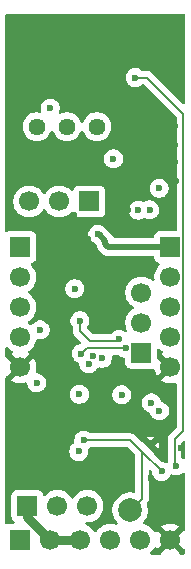
<source format=gbr>
%TF.GenerationSoftware,KiCad,Pcbnew,9.0.2*%
%TF.CreationDate,2025-10-14T11:54:41+02:00*%
%TF.ProjectId,nA_current_shunt_monitor_gum,6e415f63-7572-4726-956e-745f7368756e,rev?*%
%TF.SameCoordinates,Original*%
%TF.FileFunction,Copper,L3,Inr*%
%TF.FilePolarity,Positive*%
%FSLAX46Y46*%
G04 Gerber Fmt 4.6, Leading zero omitted, Abs format (unit mm)*
G04 Created by KiCad (PCBNEW 9.0.2) date 2025-10-14 11:54:41*
%MOMM*%
%LPD*%
G01*
G04 APERTURE LIST*
%TA.AperFunction,ComponentPad*%
%ADD10R,1.700000X1.700000*%
%TD*%
%TA.AperFunction,ComponentPad*%
%ADD11C,1.700000*%
%TD*%
%TA.AperFunction,HeatsinkPad*%
%ADD12C,0.500000*%
%TD*%
%TA.AperFunction,ComponentPad*%
%ADD13C,1.440000*%
%TD*%
%TA.AperFunction,ComponentPad*%
%ADD14C,2.000000*%
%TD*%
%TA.AperFunction,ViaPad*%
%ADD15C,0.600000*%
%TD*%
%TA.AperFunction,Conductor*%
%ADD16C,0.150000*%
%TD*%
%TA.AperFunction,Conductor*%
%ADD17C,0.500000*%
%TD*%
%TA.AperFunction,Conductor*%
%ADD18C,0.750000*%
%TD*%
%TA.AperFunction,Conductor*%
%ADD19C,0.200000*%
%TD*%
G04 APERTURE END LIST*
D10*
%TO.N,/5V*%
%TO.C,CG1*%
X123320000Y-86485000D03*
D11*
%TO.N,3.3V*%
X123320000Y-89025000D03*
%TO.N,/SDA*%
X123320000Y-91565000D03*
%TO.N,/SCL*%
X123320000Y-94105000D03*
%TO.N,GND*%
X123320000Y-96645000D03*
D10*
%TO.N,/5V*%
X136020000Y-86485000D03*
D11*
%TO.N,/VDDIO*%
X136020000Y-89025000D03*
%TO.N,/-5V*%
X136020000Y-91565000D03*
%TO.N,/LDO_EN_EXT*%
X136020000Y-94105000D03*
%TO.N,GND*%
X136020000Y-96645000D03*
D10*
X123320000Y-111250000D03*
D11*
%TO.N,/V_LSL_load*%
X125860000Y-111250000D03*
X128400000Y-111250000D03*
%TO.N,/Vout_diff*%
X130940000Y-111250000D03*
%TO.N,/Vout_B*%
X133480000Y-111250000D03*
%TO.N,GND*%
X136020000Y-111250000D03*
%TD*%
D12*
%TO.N,GND*%
%TO.C,U2*%
X134350000Y-103272500D03*
%TD*%
D10*
%TO.N,/5V*%
%TO.C,J2*%
X133560000Y-95410000D03*
D11*
%TO.N,Net-(D1-A)*%
X133560000Y-92870000D03*
%TO.N,/LDO_EN_EXT*%
X133560000Y-90330000D03*
%TD*%
D13*
%TO.N,unconnected-(RV1-Pad1)*%
%TO.C,RV1*%
X124730000Y-76290000D03*
%TO.N,Net-(J3-Pin_1)*%
X127270000Y-76290000D03*
%TO.N,Net-(R5-Pad1)*%
X129810000Y-76290000D03*
%TD*%
D10*
%TO.N,Net-(J3-Pin_1)*%
%TO.C,J3*%
X129155000Y-82615000D03*
D11*
%TO.N,/V_ldo_feedback*%
X126615000Y-82615000D03*
%TO.N,/DAC_out*%
X124075000Y-82615000D03*
%TD*%
D14*
%TO.N,/V_LSL_LDO*%
%TO.C,TP2*%
X132625000Y-108750000D03*
%TD*%
D10*
%TO.N,/V_LSL_load*%
%TO.C,J7*%
X123920000Y-108400000D03*
D11*
%TO.N,/Shunt-*%
X126460000Y-108400000D03*
%TO.N,Net-(J7-Pin_3)*%
X129000000Y-108400000D03*
%TD*%
D15*
%TO.N,GND*%
X135175000Y-107350000D03*
X127866000Y-83726000D03*
X124275000Y-106625000D03*
X127570000Y-96050000D03*
X127842500Y-72782500D03*
X128245685Y-85831958D03*
X131900000Y-73550000D03*
X125325000Y-106650000D03*
X123609000Y-77725000D03*
X126300000Y-93100000D03*
X136250000Y-72875000D03*
X136910000Y-103530000D03*
X125625000Y-69300000D03*
X134280000Y-77175000D03*
X136775000Y-107075000D03*
X134400000Y-106000000D03*
X123609000Y-72700000D03*
X136450000Y-76250000D03*
X136475000Y-80850000D03*
X136450000Y-79250000D03*
X135175000Y-84075000D03*
X130165000Y-92790000D03*
X130150000Y-92075000D03*
X132425000Y-83325000D03*
X126970000Y-91010000D03*
X127180000Y-77780000D03*
X131350000Y-82175000D03*
X136450000Y-77825000D03*
X126350000Y-106650000D03*
X129014315Y-85831958D03*
%TO.N,3.3V*%
X125000000Y-93490000D03*
X131910000Y-98990000D03*
X125851000Y-74700000D03*
X124700000Y-97975000D03*
%TO.N,/V_LSL_LDO*%
X130250000Y-95900000D03*
X128684975Y-102834975D03*
X129125000Y-96350000D03*
X129485000Y-95715000D03*
X135275000Y-105475000D03*
%TO.N,/5V*%
X129891052Y-85376102D03*
%TO.N,A3.3V*%
X128325000Y-98950000D03*
X135075000Y-81500000D03*
%TO.N,/SCL*%
X132259998Y-95050000D03*
X134275000Y-83325000D03*
X128475000Y-95500000D03*
X134425707Y-99674293D03*
%TO.N,/SDA*%
X133325000Y-83350000D03*
X131675000Y-94275000D03*
X128365000Y-92715025D03*
X135100000Y-100350000D03*
%TO.N,/ADC0*%
X136520000Y-105010000D03*
X133050000Y-72125000D03*
%TO.N,/V_ldo_feedback*%
X127925000Y-90000000D03*
%TO.N,Net-(R5-Pad1)*%
X131208999Y-79006949D03*
%TO.N,/Shunt-*%
X128275070Y-103780470D03*
%TD*%
D16*
%TO.N,/V_LSL_LDO*%
X133600000Y-103800000D02*
X133600000Y-107775000D01*
X128684975Y-102834975D02*
X132634975Y-102834975D01*
X132634975Y-102834975D02*
X133600000Y-103800000D01*
X133600000Y-107775000D02*
X132625000Y-108750000D01*
X133600000Y-103800000D02*
X135275000Y-105475000D01*
D17*
%TO.N,/5V*%
X129944703Y-85376102D02*
X130530000Y-85961399D01*
X130530000Y-85961399D02*
X130530000Y-86237501D01*
X130530000Y-86237501D02*
X130777499Y-86485000D01*
X130777499Y-86485000D02*
X136020000Y-86485000D01*
X129891052Y-85376102D02*
X129944703Y-85376102D01*
D18*
%TO.N,/V_LSL_load*%
X128400000Y-111250000D02*
X125860000Y-111250000D01*
X123920000Y-109310000D02*
X123920000Y-108400000D01*
X125860000Y-111250000D02*
X123920000Y-109310000D01*
D19*
%TO.N,/SCL*%
X132259998Y-95050000D02*
X128925000Y-95050000D01*
X128925000Y-95050000D02*
X128475000Y-95500000D01*
%TO.N,/SDA*%
X128365000Y-93590000D02*
X128365000Y-92715025D01*
X129225000Y-94450000D02*
X128365000Y-93590000D01*
X131675000Y-94275000D02*
X131500000Y-94450000D01*
X131500000Y-94450000D02*
X129225000Y-94450000D01*
D16*
%TO.N,/ADC0*%
X136384000Y-102766000D02*
X136384000Y-104874000D01*
X137125000Y-75200000D02*
X137125000Y-102025000D01*
X133050000Y-72125000D02*
X134050000Y-72125000D01*
X134050000Y-72125000D02*
X137125000Y-75200000D01*
X136384000Y-104874000D02*
X136520000Y-105010000D01*
X137125000Y-102025000D02*
X136384000Y-102766000D01*
%TD*%
%TA.AperFunction,Conductor*%
%TO.N,GND*%
G36*
X135554075Y-111442993D02*
G01*
X135619901Y-111557007D01*
X135712993Y-111650099D01*
X135827007Y-111715925D01*
X135890590Y-111732962D01*
X135258282Y-112365269D01*
X135259109Y-112375770D01*
X135244745Y-112444148D01*
X135195694Y-112493905D01*
X135135491Y-112509500D01*
X134425689Y-112509500D01*
X134358650Y-112489815D01*
X134312895Y-112437011D01*
X134302951Y-112367853D01*
X134331976Y-112304297D01*
X134352804Y-112285181D01*
X134359792Y-112280104D01*
X134510104Y-112129792D01*
X134510106Y-112129788D01*
X134510109Y-112129786D01*
X134586055Y-112025254D01*
X134635051Y-111957816D01*
X134639793Y-111948508D01*
X134687763Y-111897711D01*
X134755583Y-111880911D01*
X134821719Y-111903445D01*
X134860763Y-111948500D01*
X134865373Y-111957547D01*
X134904728Y-112011716D01*
X135537037Y-111379408D01*
X135554075Y-111442993D01*
G37*
%TD.AperFunction*%
%TA.AperFunction,Conductor*%
G36*
X137135269Y-112011716D02*
G01*
X137145770Y-112010890D01*
X137214148Y-112025254D01*
X137263905Y-112074305D01*
X137279500Y-112134508D01*
X137279500Y-112385500D01*
X137259815Y-112452539D01*
X137207011Y-112498294D01*
X137155500Y-112509500D01*
X136904509Y-112509500D01*
X136837470Y-112489815D01*
X136791715Y-112437011D01*
X136780891Y-112375772D01*
X136781717Y-112365270D01*
X136149408Y-111732962D01*
X136212993Y-111715925D01*
X136327007Y-111650099D01*
X136420099Y-111557007D01*
X136485925Y-111442993D01*
X136502962Y-111379408D01*
X137135269Y-112011716D01*
G37*
%TD.AperFunction*%
%TA.AperFunction,Conductor*%
G36*
X134303814Y-105367920D02*
G01*
X134317147Y-105366004D01*
X134337290Y-105375203D01*
X134358927Y-105379910D01*
X134376652Y-105393178D01*
X134380703Y-105395029D01*
X134387181Y-105401061D01*
X134438181Y-105452061D01*
X134471666Y-105513384D01*
X134474500Y-105539742D01*
X134474500Y-105553846D01*
X134505261Y-105708489D01*
X134505264Y-105708501D01*
X134565602Y-105854172D01*
X134565609Y-105854185D01*
X134653210Y-105985288D01*
X134653213Y-105985292D01*
X134764707Y-106096786D01*
X134764711Y-106096789D01*
X134895814Y-106184390D01*
X134895827Y-106184397D01*
X135041498Y-106244735D01*
X135041503Y-106244737D01*
X135196153Y-106275499D01*
X135196156Y-106275500D01*
X135196158Y-106275500D01*
X135353844Y-106275500D01*
X135353845Y-106275499D01*
X135508497Y-106244737D01*
X135654179Y-106184394D01*
X135785289Y-106096789D01*
X135896789Y-105985289D01*
X135984394Y-105854179D01*
X136007502Y-105798388D01*
X136051341Y-105743986D01*
X136117634Y-105721920D01*
X136169515Y-105731280D01*
X136286498Y-105779735D01*
X136286503Y-105779737D01*
X136441153Y-105810499D01*
X136441156Y-105810500D01*
X136441158Y-105810500D01*
X136598844Y-105810500D01*
X136598845Y-105810499D01*
X136753497Y-105779737D01*
X136899179Y-105719394D01*
X137030289Y-105631789D01*
X137030292Y-105631786D01*
X137067819Y-105594260D01*
X137129142Y-105560775D01*
X137198834Y-105565759D01*
X137254767Y-105607631D01*
X137279184Y-105673095D01*
X137279500Y-105681941D01*
X137279500Y-110365490D01*
X137259815Y-110432529D01*
X137207011Y-110478284D01*
X137145772Y-110489108D01*
X137135270Y-110488281D01*
X136502962Y-111120590D01*
X136485925Y-111057007D01*
X136420099Y-110942993D01*
X136327007Y-110849901D01*
X136212993Y-110784075D01*
X136149409Y-110767037D01*
X136781716Y-110134728D01*
X136727550Y-110095375D01*
X136538217Y-109998904D01*
X136336129Y-109933242D01*
X136126246Y-109900000D01*
X135913754Y-109900000D01*
X135703872Y-109933242D01*
X135703869Y-109933242D01*
X135501782Y-109998904D01*
X135312439Y-110095380D01*
X135258282Y-110134727D01*
X135258282Y-110134728D01*
X135890591Y-110767037D01*
X135827007Y-110784075D01*
X135712993Y-110849901D01*
X135619901Y-110942993D01*
X135554075Y-111057007D01*
X135537037Y-111120591D01*
X134904728Y-110488282D01*
X134904727Y-110488282D01*
X134865380Y-110542440D01*
X134865376Y-110542446D01*
X134860760Y-110551505D01*
X134812781Y-110602297D01*
X134744959Y-110619087D01*
X134678826Y-110596543D01*
X134639794Y-110551493D01*
X134635051Y-110542184D01*
X134635049Y-110542181D01*
X134635048Y-110542179D01*
X134510109Y-110370213D01*
X134359786Y-110219890D01*
X134187820Y-110094951D01*
X133998416Y-109998444D01*
X133813605Y-109938395D01*
X133755930Y-109898957D01*
X133728732Y-109834598D01*
X133740647Y-109765752D01*
X133764245Y-109732781D01*
X133769517Y-109727510D01*
X133908343Y-109536433D01*
X134015568Y-109325992D01*
X134088553Y-109101368D01*
X134088919Y-109099056D01*
X134125500Y-108868097D01*
X134125500Y-108631902D01*
X134088553Y-108398631D01*
X134038680Y-108245140D01*
X134036685Y-108175298D01*
X134058241Y-108131327D01*
X134060508Y-108128371D01*
X134060515Y-108128365D01*
X134136281Y-107997135D01*
X134175500Y-107850767D01*
X134175500Y-107699234D01*
X134175500Y-105488742D01*
X134181738Y-105467496D01*
X134183318Y-105445408D01*
X134191390Y-105434624D01*
X134195185Y-105421703D01*
X134211918Y-105407203D01*
X134225190Y-105389475D01*
X134237810Y-105384767D01*
X134247989Y-105375948D01*
X134269906Y-105372796D01*
X134290654Y-105365058D01*
X134303814Y-105367920D01*
G37*
%TD.AperFunction*%
%TA.AperFunction,Conductor*%
G36*
X137232464Y-66755185D02*
G01*
X137278219Y-66807989D01*
X137289425Y-66859569D01*
X137285286Y-74247113D01*
X137265564Y-74314142D01*
X137212734Y-74359867D01*
X137143570Y-74369772D01*
X137080031Y-74340711D01*
X137073605Y-74334725D01*
X134403367Y-71664487D01*
X134403365Y-71664485D01*
X134337750Y-71626602D01*
X134272136Y-71588719D01*
X134198950Y-71569109D01*
X134125766Y-71549500D01*
X134125765Y-71549500D01*
X133657941Y-71549500D01*
X133590902Y-71529815D01*
X133570260Y-71513181D01*
X133560292Y-71503213D01*
X133560288Y-71503210D01*
X133429185Y-71415609D01*
X133429172Y-71415602D01*
X133283501Y-71355264D01*
X133283489Y-71355261D01*
X133128845Y-71324500D01*
X133128842Y-71324500D01*
X132971158Y-71324500D01*
X132971155Y-71324500D01*
X132816510Y-71355261D01*
X132816498Y-71355264D01*
X132670827Y-71415602D01*
X132670814Y-71415609D01*
X132539711Y-71503210D01*
X132539707Y-71503213D01*
X132428213Y-71614707D01*
X132428210Y-71614711D01*
X132340609Y-71745814D01*
X132340602Y-71745827D01*
X132280264Y-71891498D01*
X132280261Y-71891510D01*
X132249500Y-72046153D01*
X132249500Y-72203846D01*
X132280261Y-72358489D01*
X132280264Y-72358501D01*
X132340602Y-72504172D01*
X132340609Y-72504185D01*
X132428210Y-72635288D01*
X132428213Y-72635292D01*
X132539707Y-72746786D01*
X132539711Y-72746789D01*
X132670814Y-72834390D01*
X132670827Y-72834397D01*
X132816498Y-72894735D01*
X132816503Y-72894737D01*
X132971153Y-72925499D01*
X132971156Y-72925500D01*
X132971158Y-72925500D01*
X133128844Y-72925500D01*
X133128845Y-72925499D01*
X133283497Y-72894737D01*
X133429179Y-72834394D01*
X133560289Y-72746789D01*
X133560292Y-72746786D01*
X133570260Y-72736819D01*
X133597187Y-72722115D01*
X133623006Y-72705523D01*
X133629206Y-72704631D01*
X133631583Y-72703334D01*
X133657941Y-72700500D01*
X133760258Y-72700500D01*
X133827297Y-72720185D01*
X133847939Y-72736819D01*
X136513181Y-75402061D01*
X136546666Y-75463384D01*
X136549500Y-75489742D01*
X136549500Y-85010500D01*
X136529815Y-85077539D01*
X136477011Y-85123294D01*
X136425500Y-85134500D01*
X135122129Y-85134500D01*
X135122123Y-85134501D01*
X135062516Y-85140908D01*
X134927671Y-85191202D01*
X134927664Y-85191206D01*
X134812455Y-85277452D01*
X134812452Y-85277455D01*
X134726206Y-85392664D01*
X134726202Y-85392671D01*
X134675908Y-85527517D01*
X134669501Y-85587116D01*
X134669501Y-85587123D01*
X134669500Y-85587135D01*
X134669500Y-85610500D01*
X134649815Y-85677539D01*
X134597011Y-85723294D01*
X134545500Y-85734500D01*
X131331204Y-85734500D01*
X131264165Y-85714815D01*
X131218410Y-85662011D01*
X131216643Y-85657952D01*
X131196616Y-85609603D01*
X131195084Y-85605904D01*
X131142708Y-85527517D01*
X131142708Y-85527516D01*
X131112950Y-85482980D01*
X131112947Y-85482977D01*
X130555829Y-84925860D01*
X130540407Y-84907069D01*
X130512839Y-84865810D01*
X130401344Y-84754315D01*
X130401340Y-84754312D01*
X130270237Y-84666711D01*
X130270224Y-84666704D01*
X130124553Y-84606366D01*
X130124541Y-84606363D01*
X129969897Y-84575602D01*
X129969894Y-84575602D01*
X129812210Y-84575602D01*
X129812207Y-84575602D01*
X129657562Y-84606363D01*
X129657550Y-84606366D01*
X129511879Y-84666704D01*
X129511866Y-84666711D01*
X129380763Y-84754312D01*
X129380759Y-84754315D01*
X129269265Y-84865809D01*
X129269262Y-84865813D01*
X129181661Y-84996916D01*
X129181654Y-84996929D01*
X129121316Y-85142600D01*
X129121313Y-85142612D01*
X129090552Y-85297255D01*
X129090552Y-85454948D01*
X129121313Y-85609591D01*
X129121316Y-85609603D01*
X129181654Y-85755274D01*
X129181661Y-85755287D01*
X129269262Y-85886390D01*
X129269265Y-85886394D01*
X129380759Y-85997888D01*
X129380763Y-85997891D01*
X129511866Y-86085492D01*
X129511879Y-86085499D01*
X129627114Y-86133230D01*
X129634046Y-86137862D01*
X129639089Y-86138959D01*
X129667343Y-86160110D01*
X129743849Y-86236616D01*
X129777334Y-86297939D01*
X129779297Y-86310405D01*
X129808340Y-86456408D01*
X129808343Y-86456418D01*
X129864914Y-86592992D01*
X129864916Y-86592996D01*
X129887291Y-86626483D01*
X129947048Y-86715917D01*
X130194547Y-86963415D01*
X130194548Y-86963416D01*
X130299083Y-87067951D01*
X130299084Y-87067952D01*
X130421997Y-87150080D01*
X130422010Y-87150087D01*
X130558581Y-87206656D01*
X130558586Y-87206658D01*
X130558590Y-87206658D01*
X130558591Y-87206659D01*
X130703578Y-87235500D01*
X130703581Y-87235500D01*
X134545501Y-87235500D01*
X134612540Y-87255185D01*
X134658295Y-87307989D01*
X134669501Y-87359500D01*
X134669501Y-87382876D01*
X134675908Y-87442483D01*
X134726202Y-87577328D01*
X134726206Y-87577335D01*
X134812452Y-87692544D01*
X134812455Y-87692547D01*
X134927664Y-87778793D01*
X134927671Y-87778797D01*
X135059082Y-87827810D01*
X135115016Y-87869681D01*
X135139433Y-87935145D01*
X135124582Y-88003418D01*
X135103431Y-88031673D01*
X134989889Y-88145215D01*
X134864951Y-88317179D01*
X134768444Y-88506585D01*
X134702753Y-88708760D01*
X134669500Y-88918713D01*
X134669500Y-89131287D01*
X134669499Y-89131287D01*
X134684759Y-89227631D01*
X134675804Y-89296924D01*
X134630808Y-89350376D01*
X134564056Y-89371015D01*
X134496743Y-89352290D01*
X134474605Y-89334709D01*
X134439786Y-89299890D01*
X134267820Y-89174951D01*
X134078414Y-89078444D01*
X134078413Y-89078443D01*
X134078412Y-89078443D01*
X133876243Y-89012754D01*
X133876241Y-89012753D01*
X133876240Y-89012753D01*
X133714957Y-88987208D01*
X133666287Y-88979500D01*
X133453713Y-88979500D01*
X133405042Y-88987208D01*
X133243760Y-89012753D01*
X133041585Y-89078444D01*
X132852179Y-89174951D01*
X132680213Y-89299890D01*
X132529890Y-89450213D01*
X132404951Y-89622179D01*
X132308444Y-89811585D01*
X132242753Y-90013760D01*
X132209500Y-90223713D01*
X132209500Y-90436286D01*
X132233059Y-90585036D01*
X132242754Y-90646243D01*
X132292875Y-90800500D01*
X132308444Y-90848414D01*
X132404951Y-91037820D01*
X132529890Y-91209786D01*
X132680213Y-91360109D01*
X132852182Y-91485050D01*
X132860946Y-91489516D01*
X132911742Y-91537491D01*
X132928536Y-91605312D01*
X132905998Y-91671447D01*
X132860946Y-91710484D01*
X132852182Y-91714949D01*
X132680213Y-91839890D01*
X132529890Y-91990213D01*
X132404951Y-92162179D01*
X132308444Y-92351585D01*
X132242753Y-92553760D01*
X132209500Y-92763713D01*
X132209500Y-92976286D01*
X132236955Y-93149633D01*
X132242754Y-93186243D01*
X132285635Y-93318218D01*
X132308444Y-93388414D01*
X132360848Y-93491263D01*
X132373744Y-93559932D01*
X132347468Y-93624673D01*
X132290361Y-93664930D01*
X132220556Y-93667922D01*
X132181472Y-93650660D01*
X132054185Y-93565609D01*
X132054172Y-93565602D01*
X131908501Y-93505264D01*
X131908489Y-93505261D01*
X131753845Y-93474500D01*
X131753842Y-93474500D01*
X131596158Y-93474500D01*
X131596155Y-93474500D01*
X131441510Y-93505261D01*
X131441498Y-93505264D01*
X131295827Y-93565602D01*
X131295814Y-93565609D01*
X131164711Y-93653210D01*
X131164707Y-93653213D01*
X131053213Y-93764707D01*
X131053210Y-93764711D01*
X131033379Y-93794391D01*
X130979767Y-93839196D01*
X130930277Y-93849500D01*
X129525098Y-93849500D01*
X129458059Y-93829815D01*
X129437417Y-93813181D01*
X129003777Y-93379541D01*
X128970292Y-93318218D01*
X128975276Y-93248526D01*
X128988356Y-93222969D01*
X129074390Y-93094210D01*
X129074390Y-93094209D01*
X129074394Y-93094204D01*
X129134737Y-92948522D01*
X129165500Y-92793867D01*
X129165500Y-92636183D01*
X129165500Y-92636180D01*
X129165499Y-92636178D01*
X129148099Y-92548704D01*
X129134737Y-92481528D01*
X129107999Y-92416976D01*
X129074397Y-92335852D01*
X129074390Y-92335839D01*
X128986789Y-92204736D01*
X128986786Y-92204732D01*
X128875292Y-92093238D01*
X128875288Y-92093235D01*
X128744185Y-92005634D01*
X128744172Y-92005627D01*
X128598501Y-91945289D01*
X128598489Y-91945286D01*
X128443845Y-91914525D01*
X128443842Y-91914525D01*
X128286158Y-91914525D01*
X128286155Y-91914525D01*
X128131510Y-91945286D01*
X128131498Y-91945289D01*
X127985827Y-92005627D01*
X127985814Y-92005634D01*
X127854711Y-92093235D01*
X127854707Y-92093238D01*
X127743213Y-92204732D01*
X127743210Y-92204736D01*
X127655609Y-92335839D01*
X127655602Y-92335852D01*
X127595264Y-92481523D01*
X127595261Y-92481535D01*
X127564500Y-92636178D01*
X127564500Y-92793871D01*
X127595261Y-92948514D01*
X127595264Y-92948526D01*
X127655602Y-93094197D01*
X127655609Y-93094210D01*
X127743602Y-93225899D01*
X127749252Y-93243945D01*
X127759477Y-93259855D01*
X127763928Y-93290814D01*
X127764480Y-93292576D01*
X127764500Y-93294790D01*
X127764500Y-93503330D01*
X127764499Y-93503348D01*
X127764499Y-93669054D01*
X127764498Y-93669054D01*
X127764499Y-93669057D01*
X127805423Y-93821785D01*
X127832786Y-93869179D01*
X127832786Y-93869180D01*
X127884475Y-93958709D01*
X127884481Y-93958717D01*
X128003349Y-94077585D01*
X128003355Y-94077590D01*
X128423213Y-94497448D01*
X128456698Y-94558771D01*
X128451714Y-94628463D01*
X128409842Y-94684396D01*
X128359724Y-94706746D01*
X128241508Y-94730261D01*
X128241498Y-94730264D01*
X128095827Y-94790602D01*
X128095814Y-94790609D01*
X127964711Y-94878210D01*
X127964707Y-94878213D01*
X127853213Y-94989707D01*
X127853210Y-94989711D01*
X127765609Y-95120814D01*
X127765602Y-95120827D01*
X127705264Y-95266498D01*
X127705261Y-95266510D01*
X127674500Y-95421153D01*
X127674500Y-95578846D01*
X127705261Y-95733489D01*
X127705264Y-95733501D01*
X127765602Y-95879172D01*
X127765609Y-95879185D01*
X127853210Y-96010288D01*
X127853213Y-96010292D01*
X127964707Y-96121786D01*
X127964711Y-96121789D01*
X128095814Y-96209390D01*
X128095827Y-96209397D01*
X128247131Y-96272068D01*
X128246114Y-96274522D01*
X128294930Y-96306510D01*
X128323390Y-96370321D01*
X128324500Y-96386878D01*
X128324500Y-96428846D01*
X128355261Y-96583489D01*
X128355264Y-96583501D01*
X128415602Y-96729172D01*
X128415609Y-96729185D01*
X128503210Y-96860288D01*
X128503213Y-96860292D01*
X128614707Y-96971786D01*
X128614711Y-96971789D01*
X128745814Y-97059390D01*
X128745827Y-97059397D01*
X128891498Y-97119735D01*
X128891503Y-97119737D01*
X129018508Y-97145000D01*
X129046153Y-97150499D01*
X129046156Y-97150500D01*
X129046158Y-97150500D01*
X129203844Y-97150500D01*
X129203845Y-97150499D01*
X129358497Y-97119737D01*
X129504179Y-97059394D01*
X129635289Y-96971789D01*
X129746789Y-96860289D01*
X129834394Y-96729179D01*
X129834624Y-96728623D01*
X129834820Y-96728379D01*
X129837264Y-96723808D01*
X129838130Y-96724271D01*
X129878459Y-96674219D01*
X129944751Y-96652149D01*
X129996638Y-96661508D01*
X130016503Y-96669737D01*
X130016506Y-96669737D01*
X130016511Y-96669739D01*
X130171153Y-96700499D01*
X130171156Y-96700500D01*
X130171158Y-96700500D01*
X130328844Y-96700500D01*
X130328845Y-96700499D01*
X130483497Y-96669737D01*
X130609503Y-96617544D01*
X130629172Y-96609397D01*
X130629172Y-96609396D01*
X130629179Y-96609394D01*
X130760289Y-96521789D01*
X130871789Y-96410289D01*
X130959394Y-96279179D01*
X130962340Y-96272068D01*
X131019735Y-96133501D01*
X131019737Y-96133497D01*
X131050500Y-95978842D01*
X131050500Y-95821158D01*
X131046031Y-95798690D01*
X131052260Y-95729099D01*
X131095123Y-95673922D01*
X131161013Y-95650678D01*
X131167649Y-95650500D01*
X131680232Y-95650500D01*
X131747271Y-95670185D01*
X131749123Y-95671398D01*
X131880812Y-95759390D01*
X131880825Y-95759397D01*
X132026496Y-95819735D01*
X132026501Y-95819737D01*
X132084603Y-95831294D01*
X132109692Y-95836285D01*
X132171603Y-95868669D01*
X132206177Y-95929385D01*
X132209501Y-95957902D01*
X132209501Y-96307876D01*
X132215908Y-96367483D01*
X132266202Y-96502328D01*
X132266206Y-96502335D01*
X132352452Y-96617544D01*
X132352455Y-96617547D01*
X132467664Y-96703793D01*
X132467671Y-96703797D01*
X132602517Y-96754091D01*
X132602516Y-96754091D01*
X132609444Y-96754835D01*
X132662127Y-96760500D01*
X134457872Y-96760499D01*
X134517483Y-96754091D01*
X134519832Y-96753214D01*
X134521784Y-96753075D01*
X134525031Y-96752308D01*
X134525155Y-96752834D01*
X134589522Y-96748229D01*
X134650846Y-96781712D01*
X134684332Y-96843035D01*
X134685640Y-96849997D01*
X134703242Y-96961129D01*
X134703242Y-96961130D01*
X134768904Y-97163217D01*
X134865375Y-97352550D01*
X134904728Y-97406716D01*
X135537037Y-96774408D01*
X135554075Y-96837993D01*
X135619901Y-96952007D01*
X135712993Y-97045099D01*
X135827007Y-97110925D01*
X135890589Y-97127962D01*
X135258282Y-97760269D01*
X135258282Y-97760270D01*
X135312449Y-97799624D01*
X135501782Y-97896095D01*
X135703870Y-97961757D01*
X135913754Y-97995000D01*
X136126246Y-97995000D01*
X136336126Y-97961758D01*
X136387181Y-97945169D01*
X136457022Y-97943174D01*
X136516855Y-97979254D01*
X136547684Y-98041954D01*
X136549500Y-98063100D01*
X136549500Y-101735257D01*
X136529815Y-101802296D01*
X136513181Y-101822938D01*
X136013193Y-102322925D01*
X136013194Y-102322926D01*
X135923485Y-102412635D01*
X135847719Y-102543863D01*
X135808500Y-102690234D01*
X135808500Y-104611240D01*
X135806873Y-104619416D01*
X135807790Y-104624495D01*
X135799061Y-104658693D01*
X135787497Y-104686611D01*
X135743656Y-104741014D01*
X135677362Y-104763079D01*
X135625484Y-104753720D01*
X135594808Y-104741014D01*
X135508497Y-104705263D01*
X135508492Y-104705262D01*
X135508489Y-104705261D01*
X135353845Y-104674500D01*
X135353842Y-104674500D01*
X135339742Y-104674500D01*
X135272703Y-104654815D01*
X135252061Y-104638181D01*
X134702629Y-104088749D01*
X134669144Y-104027426D01*
X134668693Y-103976876D01*
X134674023Y-103950076D01*
X134173223Y-103449277D01*
X134032765Y-103308819D01*
X133976555Y-103252609D01*
X134250000Y-103252609D01*
X134250000Y-103292391D01*
X134265224Y-103329145D01*
X134293355Y-103357276D01*
X134330109Y-103372500D01*
X134369891Y-103372500D01*
X134406645Y-103357276D01*
X134434776Y-103329145D01*
X134450000Y-103292391D01*
X134450000Y-103272499D01*
X134703554Y-103272499D01*
X134703554Y-103272501D01*
X135027577Y-103596524D01*
X135027578Y-103596524D01*
X135071175Y-103491275D01*
X135071179Y-103491260D01*
X135099999Y-103346373D01*
X135100000Y-103346371D01*
X135100000Y-103198628D01*
X135099999Y-103198626D01*
X135071179Y-103053740D01*
X135071178Y-103053736D01*
X135027577Y-102948475D01*
X134703554Y-103272499D01*
X134450000Y-103272499D01*
X134450000Y-103252609D01*
X134434776Y-103215855D01*
X134406645Y-103187724D01*
X134369891Y-103172500D01*
X134330109Y-103172500D01*
X134293355Y-103187724D01*
X134265224Y-103215855D01*
X134250000Y-103252609D01*
X133976555Y-103252609D01*
X133672421Y-102948474D01*
X133645621Y-102953805D01*
X133576029Y-102947578D01*
X133533749Y-102919869D01*
X133208800Y-102594920D01*
X134025974Y-102594920D01*
X134025974Y-102594921D01*
X134350000Y-102918946D01*
X134350001Y-102918946D01*
X134674024Y-102594921D01*
X134568767Y-102551322D01*
X134568759Y-102551320D01*
X134423872Y-102522500D01*
X134276128Y-102522500D01*
X134131240Y-102551320D01*
X134131228Y-102551323D01*
X134025974Y-102594920D01*
X133208800Y-102594920D01*
X132988342Y-102374462D01*
X132988340Y-102374460D01*
X132922725Y-102336577D01*
X132857111Y-102298694D01*
X132783925Y-102279084D01*
X132710741Y-102259475D01*
X132710740Y-102259475D01*
X129292916Y-102259475D01*
X129225877Y-102239790D01*
X129205235Y-102223156D01*
X129195267Y-102213188D01*
X129195263Y-102213185D01*
X129064160Y-102125584D01*
X129064147Y-102125577D01*
X128918476Y-102065239D01*
X128918464Y-102065236D01*
X128763820Y-102034475D01*
X128763817Y-102034475D01*
X128606133Y-102034475D01*
X128606130Y-102034475D01*
X128451485Y-102065236D01*
X128451473Y-102065239D01*
X128305802Y-102125577D01*
X128305789Y-102125584D01*
X128174686Y-102213185D01*
X128174682Y-102213188D01*
X128063188Y-102324682D01*
X128063185Y-102324686D01*
X127975584Y-102455789D01*
X127975577Y-102455802D01*
X127915239Y-102601473D01*
X127915236Y-102601485D01*
X127884475Y-102756128D01*
X127884475Y-102756133D01*
X127884475Y-102913817D01*
X127885679Y-102919869D01*
X127897261Y-102978099D01*
X127891032Y-103047691D01*
X127848169Y-103102867D01*
X127844534Y-103105391D01*
X127764781Y-103158680D01*
X127764777Y-103158683D01*
X127653283Y-103270177D01*
X127653280Y-103270181D01*
X127565679Y-103401284D01*
X127565672Y-103401297D01*
X127505334Y-103546968D01*
X127505331Y-103546980D01*
X127474570Y-103701623D01*
X127474570Y-103859316D01*
X127505331Y-104013959D01*
X127505334Y-104013971D01*
X127565672Y-104159642D01*
X127565679Y-104159655D01*
X127653280Y-104290758D01*
X127653283Y-104290762D01*
X127764777Y-104402256D01*
X127764781Y-104402259D01*
X127895884Y-104489860D01*
X127895897Y-104489867D01*
X128041568Y-104550205D01*
X128041573Y-104550207D01*
X128196223Y-104580969D01*
X128196226Y-104580970D01*
X128196228Y-104580970D01*
X128353914Y-104580970D01*
X128353915Y-104580969D01*
X128508567Y-104550207D01*
X128654249Y-104489864D01*
X128785359Y-104402259D01*
X128896859Y-104290759D01*
X128984464Y-104159649D01*
X129044807Y-104013967D01*
X129075570Y-103859312D01*
X129075570Y-103701628D01*
X129062783Y-103637345D01*
X129064357Y-103619746D01*
X129060865Y-103602423D01*
X129067406Y-103585670D01*
X129069009Y-103567757D01*
X129079879Y-103553725D01*
X129086278Y-103537339D01*
X129109022Y-103516108D01*
X129111612Y-103512766D01*
X129113501Y-103511396D01*
X129195264Y-103456764D01*
X129212177Y-103439850D01*
X129220128Y-103434086D01*
X129244168Y-103425534D01*
X129266558Y-103413309D01*
X129283729Y-103411462D01*
X129285958Y-103410670D01*
X129287579Y-103411048D01*
X129292916Y-103410475D01*
X132345233Y-103410475D01*
X132412272Y-103430160D01*
X132432914Y-103446794D01*
X132988181Y-104002061D01*
X133021666Y-104063384D01*
X133024500Y-104089742D01*
X133024500Y-107148885D01*
X133004815Y-107215924D01*
X132952011Y-107261679D01*
X132882853Y-107271623D01*
X132881102Y-107271358D01*
X132743097Y-107249500D01*
X132743092Y-107249500D01*
X132506908Y-107249500D01*
X132506903Y-107249500D01*
X132273631Y-107286446D01*
X132049003Y-107359433D01*
X131838566Y-107466657D01*
X131729550Y-107545862D01*
X131647490Y-107605483D01*
X131647488Y-107605485D01*
X131647487Y-107605485D01*
X131480485Y-107772487D01*
X131480485Y-107772488D01*
X131480483Y-107772490D01*
X131423613Y-107850765D01*
X131341657Y-107963566D01*
X131234433Y-108174003D01*
X131161446Y-108398631D01*
X131124500Y-108631902D01*
X131124500Y-108868097D01*
X131161446Y-109101368D01*
X131234433Y-109325996D01*
X131287482Y-109430109D01*
X131341657Y-109536433D01*
X131480483Y-109727510D01*
X131480485Y-109727512D01*
X131527222Y-109774249D01*
X131560707Y-109835572D01*
X131555723Y-109905264D01*
X131513851Y-109961197D01*
X131448387Y-109985614D01*
X131401223Y-109979861D01*
X131256240Y-109932753D01*
X131094957Y-109907208D01*
X131046287Y-109899500D01*
X130833713Y-109899500D01*
X130785042Y-109907208D01*
X130623760Y-109932753D01*
X130421585Y-109998444D01*
X130232179Y-110094951D01*
X130060213Y-110219890D01*
X129909890Y-110370213D01*
X129784949Y-110542182D01*
X129780484Y-110550946D01*
X129732509Y-110601742D01*
X129664688Y-110618536D01*
X129598553Y-110595998D01*
X129559516Y-110550946D01*
X129555050Y-110542182D01*
X129430109Y-110370213D01*
X129279786Y-110219890D01*
X129107820Y-110094951D01*
X128918414Y-109998444D01*
X128918413Y-109998443D01*
X128918412Y-109998443D01*
X128899907Y-109992430D01*
X128842232Y-109952994D01*
X128815034Y-109888635D01*
X128826949Y-109819789D01*
X128874193Y-109768313D01*
X128938226Y-109750500D01*
X129106286Y-109750500D01*
X129106287Y-109750500D01*
X129316243Y-109717246D01*
X129518412Y-109651557D01*
X129707816Y-109555051D01*
X129794138Y-109492335D01*
X129879786Y-109430109D01*
X129879788Y-109430106D01*
X129879792Y-109430104D01*
X130030104Y-109279792D01*
X130030106Y-109279788D01*
X130030109Y-109279786D01*
X130155048Y-109107820D01*
X130155047Y-109107820D01*
X130155051Y-109107816D01*
X130251557Y-108918412D01*
X130317246Y-108716243D01*
X130350500Y-108506287D01*
X130350500Y-108293713D01*
X130317246Y-108083757D01*
X130251557Y-107881588D01*
X130155051Y-107692184D01*
X130155049Y-107692181D01*
X130155048Y-107692179D01*
X130030109Y-107520213D01*
X129879786Y-107369890D01*
X129707820Y-107244951D01*
X129518414Y-107148444D01*
X129518413Y-107148443D01*
X129518412Y-107148443D01*
X129316243Y-107082754D01*
X129316241Y-107082753D01*
X129316240Y-107082753D01*
X129154957Y-107057208D01*
X129106287Y-107049500D01*
X128893713Y-107049500D01*
X128845042Y-107057208D01*
X128683760Y-107082753D01*
X128481585Y-107148444D01*
X128292179Y-107244951D01*
X128120213Y-107369890D01*
X127969890Y-107520213D01*
X127844949Y-107692182D01*
X127840484Y-107700946D01*
X127792509Y-107751742D01*
X127724688Y-107768536D01*
X127658553Y-107745998D01*
X127619516Y-107700946D01*
X127615050Y-107692182D01*
X127490109Y-107520213D01*
X127339786Y-107369890D01*
X127167820Y-107244951D01*
X126978414Y-107148444D01*
X126978413Y-107148443D01*
X126978412Y-107148443D01*
X126776243Y-107082754D01*
X126776241Y-107082753D01*
X126776240Y-107082753D01*
X126614957Y-107057208D01*
X126566287Y-107049500D01*
X126353713Y-107049500D01*
X126305042Y-107057208D01*
X126143760Y-107082753D01*
X125941585Y-107148444D01*
X125752179Y-107244951D01*
X125580215Y-107369889D01*
X125466673Y-107483431D01*
X125405350Y-107516915D01*
X125335658Y-107511931D01*
X125279725Y-107470059D01*
X125262810Y-107439082D01*
X125213797Y-107307671D01*
X125213793Y-107307664D01*
X125127547Y-107192455D01*
X125127544Y-107192452D01*
X125012335Y-107106206D01*
X125012328Y-107106202D01*
X124877482Y-107055908D01*
X124877483Y-107055908D01*
X124817883Y-107049501D01*
X124817881Y-107049500D01*
X124817873Y-107049500D01*
X124817864Y-107049500D01*
X123022129Y-107049500D01*
X123022123Y-107049501D01*
X122962516Y-107055908D01*
X122827671Y-107106202D01*
X122827664Y-107106206D01*
X122712455Y-107192452D01*
X122712452Y-107192455D01*
X122626206Y-107307664D01*
X122626202Y-107307671D01*
X122575908Y-107442517D01*
X122569501Y-107502116D01*
X122569500Y-107502135D01*
X122569500Y-109297870D01*
X122569501Y-109297876D01*
X122575908Y-109357483D01*
X122626202Y-109492328D01*
X122626206Y-109492335D01*
X122712452Y-109607544D01*
X122712455Y-109607547D01*
X122804876Y-109676734D01*
X122846747Y-109732668D01*
X122851731Y-109802359D01*
X122818245Y-109863682D01*
X122756922Y-109897166D01*
X122730565Y-109900000D01*
X122422155Y-109900000D01*
X122362627Y-109906401D01*
X122362619Y-109906403D01*
X122227833Y-109956675D01*
X122158141Y-109961659D01*
X122096818Y-109928174D01*
X122063334Y-109866850D01*
X122060500Y-109840493D01*
X122060500Y-98871153D01*
X127524500Y-98871153D01*
X127524500Y-99028846D01*
X127555261Y-99183489D01*
X127555264Y-99183501D01*
X127615602Y-99329172D01*
X127615609Y-99329185D01*
X127703210Y-99460288D01*
X127703213Y-99460292D01*
X127814707Y-99571786D01*
X127814711Y-99571789D01*
X127945814Y-99659390D01*
X127945827Y-99659397D01*
X128091498Y-99719735D01*
X128091503Y-99719737D01*
X128246153Y-99750499D01*
X128246156Y-99750500D01*
X128246158Y-99750500D01*
X128403844Y-99750500D01*
X128403845Y-99750499D01*
X128558497Y-99719737D01*
X128704179Y-99659394D01*
X128835289Y-99571789D01*
X128946789Y-99460289D01*
X129034394Y-99329179D01*
X129094737Y-99183497D01*
X129125500Y-99028842D01*
X129125500Y-98911153D01*
X131109500Y-98911153D01*
X131109500Y-99068846D01*
X131140261Y-99223489D01*
X131140264Y-99223501D01*
X131200602Y-99369172D01*
X131200609Y-99369185D01*
X131288210Y-99500288D01*
X131288213Y-99500292D01*
X131399707Y-99611786D01*
X131399711Y-99611789D01*
X131530814Y-99699390D01*
X131530827Y-99699397D01*
X131660564Y-99753135D01*
X131676503Y-99759737D01*
X131831153Y-99790499D01*
X131831156Y-99790500D01*
X131831158Y-99790500D01*
X131988844Y-99790500D01*
X131988845Y-99790499D01*
X132143497Y-99759737D01*
X132289179Y-99699394D01*
X132420289Y-99611789D01*
X132436632Y-99595446D01*
X133625207Y-99595446D01*
X133625207Y-99753139D01*
X133655968Y-99907782D01*
X133655971Y-99907794D01*
X133716309Y-100053465D01*
X133716316Y-100053478D01*
X133803917Y-100184581D01*
X133803920Y-100184585D01*
X133915414Y-100296079D01*
X133915418Y-100296082D01*
X134046521Y-100383683D01*
X134046534Y-100383690D01*
X134155543Y-100428842D01*
X134192210Y-100444030D01*
X134225804Y-100450712D01*
X134287713Y-100483096D01*
X134322288Y-100543811D01*
X134323229Y-100548137D01*
X134330261Y-100583491D01*
X134330264Y-100583501D01*
X134390602Y-100729172D01*
X134390609Y-100729185D01*
X134478210Y-100860288D01*
X134478213Y-100860292D01*
X134589707Y-100971786D01*
X134589711Y-100971789D01*
X134720814Y-101059390D01*
X134720827Y-101059397D01*
X134866498Y-101119735D01*
X134866503Y-101119737D01*
X135021153Y-101150499D01*
X135021156Y-101150500D01*
X135021158Y-101150500D01*
X135178844Y-101150500D01*
X135178845Y-101150499D01*
X135333497Y-101119737D01*
X135479179Y-101059394D01*
X135610289Y-100971789D01*
X135721789Y-100860289D01*
X135809394Y-100729179D01*
X135869737Y-100583497D01*
X135900500Y-100428842D01*
X135900500Y-100271158D01*
X135900500Y-100271155D01*
X135900499Y-100271153D01*
X135883279Y-100184582D01*
X135869737Y-100116503D01*
X135869735Y-100116498D01*
X135809397Y-99970827D01*
X135809390Y-99970814D01*
X135721789Y-99839711D01*
X135721786Y-99839707D01*
X135610292Y-99728213D01*
X135610288Y-99728210D01*
X135479185Y-99640609D01*
X135479172Y-99640602D01*
X135333501Y-99580264D01*
X135333491Y-99580261D01*
X135299902Y-99573580D01*
X135237991Y-99541195D01*
X135203417Y-99480479D01*
X135202484Y-99476189D01*
X135195444Y-99440796D01*
X135165782Y-99369185D01*
X135135104Y-99295120D01*
X135135097Y-99295107D01*
X135047496Y-99164004D01*
X135047493Y-99164000D01*
X134935999Y-99052506D01*
X134935995Y-99052503D01*
X134804892Y-98964902D01*
X134804879Y-98964895D01*
X134659208Y-98904557D01*
X134659196Y-98904554D01*
X134504552Y-98873793D01*
X134504549Y-98873793D01*
X134346865Y-98873793D01*
X134346862Y-98873793D01*
X134192217Y-98904554D01*
X134192205Y-98904557D01*
X134046534Y-98964895D01*
X134046521Y-98964902D01*
X133915418Y-99052503D01*
X133915414Y-99052506D01*
X133803920Y-99164000D01*
X133803917Y-99164004D01*
X133716316Y-99295107D01*
X133716309Y-99295120D01*
X133655971Y-99440791D01*
X133655968Y-99440803D01*
X133625207Y-99595446D01*
X132436632Y-99595446D01*
X132474662Y-99557416D01*
X132530401Y-99501678D01*
X132531786Y-99500292D01*
X132531789Y-99500289D01*
X132619394Y-99369179D01*
X132679737Y-99223497D01*
X132710500Y-99068842D01*
X132710500Y-98911158D01*
X132710500Y-98911155D01*
X132710499Y-98911153D01*
X132709186Y-98904554D01*
X132679737Y-98756503D01*
X132674864Y-98744738D01*
X132619397Y-98610827D01*
X132619390Y-98610814D01*
X132531789Y-98479711D01*
X132531786Y-98479707D01*
X132420292Y-98368213D01*
X132420288Y-98368210D01*
X132289185Y-98280609D01*
X132289172Y-98280602D01*
X132143501Y-98220264D01*
X132143489Y-98220261D01*
X131988845Y-98189500D01*
X131988842Y-98189500D01*
X131831158Y-98189500D01*
X131831155Y-98189500D01*
X131676510Y-98220261D01*
X131676498Y-98220264D01*
X131530827Y-98280602D01*
X131530814Y-98280609D01*
X131399711Y-98368210D01*
X131399707Y-98368213D01*
X131288213Y-98479707D01*
X131288210Y-98479711D01*
X131200609Y-98610814D01*
X131200602Y-98610827D01*
X131140264Y-98756498D01*
X131140261Y-98756510D01*
X131109500Y-98911153D01*
X129125500Y-98911153D01*
X129125500Y-98871158D01*
X129125500Y-98871155D01*
X129125499Y-98871153D01*
X129102695Y-98756510D01*
X129094737Y-98716503D01*
X129094735Y-98716498D01*
X129034397Y-98570827D01*
X129034390Y-98570814D01*
X128946789Y-98439711D01*
X128946786Y-98439707D01*
X128835292Y-98328213D01*
X128835288Y-98328210D01*
X128704185Y-98240609D01*
X128704172Y-98240602D01*
X128558501Y-98180264D01*
X128558489Y-98180261D01*
X128403845Y-98149500D01*
X128403842Y-98149500D01*
X128246158Y-98149500D01*
X128246155Y-98149500D01*
X128091510Y-98180261D01*
X128091498Y-98180264D01*
X127945827Y-98240602D01*
X127945814Y-98240609D01*
X127814711Y-98328210D01*
X127814707Y-98328213D01*
X127703213Y-98439707D01*
X127703210Y-98439711D01*
X127615609Y-98570814D01*
X127615602Y-98570827D01*
X127555264Y-98716498D01*
X127555261Y-98716510D01*
X127524500Y-98871153D01*
X122060500Y-98871153D01*
X122060500Y-97529508D01*
X122080185Y-97462469D01*
X122132989Y-97416714D01*
X122194230Y-97405890D01*
X122204728Y-97406716D01*
X122837037Y-96774408D01*
X122854075Y-96837993D01*
X122919901Y-96952007D01*
X123012993Y-97045099D01*
X123127007Y-97110925D01*
X123190590Y-97127962D01*
X122558282Y-97760269D01*
X122558282Y-97760270D01*
X122612449Y-97799624D01*
X122801782Y-97896095D01*
X123003870Y-97961757D01*
X123213754Y-97995000D01*
X123426246Y-97995000D01*
X123636126Y-97961758D01*
X123737181Y-97928923D01*
X123807022Y-97926928D01*
X123866855Y-97963008D01*
X123897684Y-98025709D01*
X123899500Y-98046854D01*
X123899500Y-98053846D01*
X123930261Y-98208489D01*
X123930264Y-98208501D01*
X123990602Y-98354172D01*
X123990609Y-98354185D01*
X124078210Y-98485288D01*
X124078213Y-98485292D01*
X124189707Y-98596786D01*
X124189711Y-98596789D01*
X124320814Y-98684390D01*
X124320827Y-98684397D01*
X124398356Y-98716510D01*
X124466503Y-98744737D01*
X124621153Y-98775499D01*
X124621156Y-98775500D01*
X124621158Y-98775500D01*
X124778844Y-98775500D01*
X124778845Y-98775499D01*
X124933497Y-98744737D01*
X125079179Y-98684394D01*
X125210289Y-98596789D01*
X125321789Y-98485289D01*
X125409394Y-98354179D01*
X125469737Y-98208497D01*
X125500500Y-98053842D01*
X125500500Y-97896158D01*
X125500500Y-97896155D01*
X125500499Y-97896153D01*
X125473470Y-97760270D01*
X125469737Y-97741503D01*
X125469735Y-97741498D01*
X125409397Y-97595827D01*
X125409390Y-97595814D01*
X125321789Y-97464711D01*
X125321786Y-97464707D01*
X125210292Y-97353213D01*
X125210288Y-97353210D01*
X125079185Y-97265609D01*
X125079172Y-97265602D01*
X124933501Y-97205264D01*
X124933489Y-97205261D01*
X124778845Y-97174500D01*
X124778842Y-97174500D01*
X124738100Y-97174500D01*
X124671061Y-97154815D01*
X124625306Y-97102011D01*
X124615362Y-97032853D01*
X124620169Y-97012181D01*
X124636758Y-96961126D01*
X124670000Y-96751246D01*
X124670000Y-96538753D01*
X124636757Y-96328872D01*
X124636757Y-96328869D01*
X124571095Y-96126782D01*
X124474624Y-95937449D01*
X124435270Y-95883282D01*
X124435269Y-95883282D01*
X123802962Y-96515590D01*
X123785925Y-96452007D01*
X123720099Y-96337993D01*
X123627007Y-96244901D01*
X123512993Y-96179075D01*
X123449409Y-96162037D01*
X124081716Y-95529728D01*
X124027547Y-95490373D01*
X124027547Y-95490372D01*
X124018500Y-95485763D01*
X123967706Y-95437788D01*
X123950912Y-95369966D01*
X123973451Y-95303832D01*
X124018508Y-95264793D01*
X124027816Y-95260051D01*
X124107007Y-95202515D01*
X124199786Y-95135109D01*
X124199788Y-95135106D01*
X124199792Y-95135104D01*
X124350104Y-94984792D01*
X124350106Y-94984788D01*
X124350109Y-94984786D01*
X124475048Y-94812820D01*
X124475047Y-94812820D01*
X124475051Y-94812816D01*
X124571557Y-94623412D01*
X124637246Y-94421243D01*
X124645817Y-94367121D01*
X124675745Y-94303991D01*
X124735056Y-94267059D01*
X124792481Y-94264905D01*
X124921153Y-94290499D01*
X124921156Y-94290500D01*
X124921158Y-94290500D01*
X125078844Y-94290500D01*
X125078845Y-94290499D01*
X125233497Y-94259737D01*
X125379179Y-94199394D01*
X125510289Y-94111789D01*
X125621789Y-94000289D01*
X125709394Y-93869179D01*
X125769737Y-93723497D01*
X125800500Y-93568842D01*
X125800500Y-93411158D01*
X125800500Y-93411155D01*
X125800499Y-93411153D01*
X125795976Y-93388414D01*
X125769737Y-93256503D01*
X125729479Y-93159310D01*
X125709397Y-93110827D01*
X125709390Y-93110814D01*
X125621789Y-92979711D01*
X125621786Y-92979707D01*
X125510292Y-92868213D01*
X125510288Y-92868210D01*
X125379185Y-92780609D01*
X125379172Y-92780602D01*
X125233501Y-92720264D01*
X125233489Y-92720261D01*
X125078845Y-92689500D01*
X125078842Y-92689500D01*
X124921158Y-92689500D01*
X124921155Y-92689500D01*
X124766510Y-92720261D01*
X124766498Y-92720264D01*
X124620827Y-92780602D01*
X124620814Y-92780609D01*
X124489711Y-92868210D01*
X124489707Y-92868213D01*
X124378213Y-92979707D01*
X124378210Y-92979711D01*
X124348737Y-93023821D01*
X124340620Y-93030604D01*
X124335822Y-93040032D01*
X124314271Y-93052623D01*
X124295124Y-93068626D01*
X124284629Y-93069944D01*
X124275496Y-93075281D01*
X124250560Y-93074222D01*
X124225799Y-93077333D01*
X124214408Y-93072688D01*
X124205689Y-93072319D01*
X124176883Y-93057390D01*
X124174234Y-93056310D01*
X124173462Y-93055766D01*
X124027816Y-92949949D01*
X124011175Y-92941470D01*
X124003948Y-92936380D01*
X123987490Y-92915674D01*
X123968259Y-92897512D01*
X123966088Y-92888749D01*
X123960473Y-92881684D01*
X123957821Y-92855366D01*
X123951463Y-92829692D01*
X123954373Y-92821149D01*
X123953469Y-92812167D01*
X123965467Y-92788592D01*
X123973999Y-92763556D01*
X123981533Y-92757027D01*
X123985162Y-92749898D01*
X123999284Y-92741646D01*
X124019054Y-92724515D01*
X124027816Y-92720051D01*
X124100327Y-92667369D01*
X124199786Y-92595109D01*
X124199788Y-92595106D01*
X124199792Y-92595104D01*
X124350104Y-92444792D01*
X124350106Y-92444788D01*
X124350109Y-92444786D01*
X124475048Y-92272820D01*
X124475047Y-92272820D01*
X124475051Y-92272816D01*
X124571557Y-92083412D01*
X124637246Y-91881243D01*
X124670500Y-91671287D01*
X124670500Y-91458713D01*
X124637246Y-91248757D01*
X124571557Y-91046588D01*
X124475051Y-90857184D01*
X124475049Y-90857181D01*
X124475048Y-90857179D01*
X124350109Y-90685213D01*
X124199786Y-90534890D01*
X124027820Y-90409951D01*
X124027115Y-90409591D01*
X124019054Y-90405485D01*
X123968259Y-90357512D01*
X123951463Y-90289692D01*
X123973999Y-90223556D01*
X124019054Y-90184515D01*
X124027816Y-90180051D01*
X124100327Y-90127369D01*
X124199786Y-90055109D01*
X124199788Y-90055106D01*
X124199792Y-90055104D01*
X124333743Y-89921153D01*
X127124500Y-89921153D01*
X127124500Y-90078846D01*
X127155261Y-90233489D01*
X127155264Y-90233501D01*
X127215602Y-90379172D01*
X127215609Y-90379185D01*
X127303210Y-90510288D01*
X127303213Y-90510292D01*
X127414707Y-90621786D01*
X127414711Y-90621789D01*
X127545814Y-90709390D01*
X127545827Y-90709397D01*
X127691498Y-90769735D01*
X127691503Y-90769737D01*
X127846153Y-90800499D01*
X127846156Y-90800500D01*
X127846158Y-90800500D01*
X128003844Y-90800500D01*
X128003845Y-90800499D01*
X128158497Y-90769737D01*
X128304179Y-90709394D01*
X128435289Y-90621789D01*
X128546789Y-90510289D01*
X128634394Y-90379179D01*
X128694737Y-90233497D01*
X128725500Y-90078842D01*
X128725500Y-89921158D01*
X128725500Y-89921155D01*
X128725499Y-89921153D01*
X128720855Y-89897804D01*
X128694737Y-89766503D01*
X128680785Y-89732819D01*
X128634397Y-89620827D01*
X128634390Y-89620814D01*
X128546789Y-89489711D01*
X128546786Y-89489707D01*
X128435292Y-89378213D01*
X128435288Y-89378210D01*
X128304185Y-89290609D01*
X128304172Y-89290602D01*
X128158501Y-89230264D01*
X128158489Y-89230261D01*
X128003845Y-89199500D01*
X128003842Y-89199500D01*
X127846158Y-89199500D01*
X127846155Y-89199500D01*
X127691510Y-89230261D01*
X127691498Y-89230264D01*
X127545827Y-89290602D01*
X127545814Y-89290609D01*
X127414711Y-89378210D01*
X127414707Y-89378213D01*
X127303213Y-89489707D01*
X127303210Y-89489711D01*
X127215609Y-89620814D01*
X127215602Y-89620827D01*
X127155264Y-89766498D01*
X127155261Y-89766510D01*
X127124500Y-89921153D01*
X124333743Y-89921153D01*
X124350104Y-89904792D01*
X124475051Y-89732816D01*
X124571557Y-89543412D01*
X124637246Y-89341243D01*
X124670500Y-89131287D01*
X124670500Y-88918713D01*
X124637246Y-88708757D01*
X124571557Y-88506588D01*
X124475051Y-88317184D01*
X124475049Y-88317181D01*
X124475048Y-88317179D01*
X124350109Y-88145213D01*
X124236569Y-88031673D01*
X124203084Y-87970350D01*
X124208068Y-87900658D01*
X124249940Y-87844725D01*
X124280915Y-87827810D01*
X124412331Y-87778796D01*
X124527546Y-87692546D01*
X124613796Y-87577331D01*
X124664091Y-87442483D01*
X124670500Y-87382873D01*
X124670499Y-85587128D01*
X124664091Y-85527517D01*
X124613796Y-85392669D01*
X124613795Y-85392668D01*
X124613793Y-85392664D01*
X124527547Y-85277455D01*
X124527544Y-85277452D01*
X124412335Y-85191206D01*
X124412328Y-85191202D01*
X124277482Y-85140908D01*
X124277483Y-85140908D01*
X124217883Y-85134501D01*
X124217881Y-85134500D01*
X124217873Y-85134500D01*
X124217864Y-85134500D01*
X122422129Y-85134500D01*
X122422123Y-85134501D01*
X122362516Y-85140908D01*
X122227833Y-85191142D01*
X122158141Y-85196126D01*
X122096818Y-85162641D01*
X122063334Y-85101317D01*
X122060500Y-85074960D01*
X122060500Y-82508713D01*
X122724500Y-82508713D01*
X122724500Y-82721287D01*
X122757754Y-82931243D01*
X122817951Y-83116510D01*
X122823444Y-83133414D01*
X122919951Y-83322820D01*
X123044890Y-83494786D01*
X123195213Y-83645109D01*
X123367179Y-83770048D01*
X123367181Y-83770049D01*
X123367184Y-83770051D01*
X123556588Y-83866557D01*
X123758757Y-83932246D01*
X123968713Y-83965500D01*
X123968714Y-83965500D01*
X124181286Y-83965500D01*
X124181287Y-83965500D01*
X124391243Y-83932246D01*
X124593412Y-83866557D01*
X124782816Y-83770051D01*
X124869138Y-83707335D01*
X124954786Y-83645109D01*
X124954788Y-83645106D01*
X124954792Y-83645104D01*
X125105104Y-83494792D01*
X125105106Y-83494788D01*
X125105109Y-83494786D01*
X125230048Y-83322820D01*
X125230047Y-83322820D01*
X125230051Y-83322816D01*
X125234514Y-83314054D01*
X125282488Y-83263259D01*
X125350308Y-83246463D01*
X125416444Y-83268999D01*
X125455486Y-83314056D01*
X125459951Y-83322820D01*
X125584890Y-83494786D01*
X125735213Y-83645109D01*
X125907179Y-83770048D01*
X125907181Y-83770049D01*
X125907184Y-83770051D01*
X126096588Y-83866557D01*
X126298757Y-83932246D01*
X126508713Y-83965500D01*
X126508714Y-83965500D01*
X126721286Y-83965500D01*
X126721287Y-83965500D01*
X126931243Y-83932246D01*
X127133412Y-83866557D01*
X127322816Y-83770051D01*
X127494792Y-83645104D01*
X127608329Y-83531566D01*
X127669648Y-83498084D01*
X127739340Y-83503068D01*
X127795274Y-83544939D01*
X127812189Y-83575917D01*
X127861202Y-83707328D01*
X127861206Y-83707335D01*
X127947452Y-83822544D01*
X127947455Y-83822547D01*
X128062664Y-83908793D01*
X128062671Y-83908797D01*
X128197517Y-83959091D01*
X128197516Y-83959091D01*
X128204444Y-83959835D01*
X128257127Y-83965500D01*
X130052872Y-83965499D01*
X130112483Y-83959091D01*
X130247331Y-83908796D01*
X130362546Y-83822546D01*
X130448796Y-83707331D01*
X130499091Y-83572483D01*
X130505500Y-83512873D01*
X130505500Y-83271153D01*
X132524500Y-83271153D01*
X132524500Y-83428846D01*
X132555261Y-83583489D01*
X132555264Y-83583501D01*
X132615602Y-83729172D01*
X132615609Y-83729185D01*
X132703210Y-83860288D01*
X132703213Y-83860292D01*
X132814707Y-83971786D01*
X132814711Y-83971789D01*
X132945814Y-84059390D01*
X132945827Y-84059397D01*
X133091498Y-84119735D01*
X133091503Y-84119737D01*
X133246153Y-84150499D01*
X133246156Y-84150500D01*
X133246158Y-84150500D01*
X133403844Y-84150500D01*
X133403845Y-84150499D01*
X133558497Y-84119737D01*
X133704179Y-84059394D01*
X133749818Y-84028898D01*
X133816490Y-84008021D01*
X133883870Y-84026504D01*
X133887600Y-84028901D01*
X133895816Y-84034391D01*
X133895827Y-84034397D01*
X134041498Y-84094735D01*
X134041503Y-84094737D01*
X134167176Y-84119735D01*
X134196153Y-84125499D01*
X134196156Y-84125500D01*
X134196158Y-84125500D01*
X134353844Y-84125500D01*
X134353845Y-84125499D01*
X134508497Y-84094737D01*
X134654179Y-84034394D01*
X134785289Y-83946789D01*
X134896789Y-83835289D01*
X134984394Y-83704179D01*
X135044737Y-83558497D01*
X135075500Y-83403842D01*
X135075500Y-83246158D01*
X135075500Y-83246155D01*
X135075499Y-83246153D01*
X135044737Y-83091503D01*
X134994752Y-82970827D01*
X134984397Y-82945827D01*
X134984390Y-82945814D01*
X134896789Y-82814711D01*
X134896786Y-82814707D01*
X134785292Y-82703213D01*
X134785288Y-82703210D01*
X134654185Y-82615609D01*
X134654172Y-82615602D01*
X134508501Y-82555264D01*
X134508489Y-82555261D01*
X134353845Y-82524500D01*
X134353842Y-82524500D01*
X134196158Y-82524500D01*
X134196155Y-82524500D01*
X134041510Y-82555261D01*
X134041498Y-82555264D01*
X133895828Y-82615602D01*
X133895812Y-82615611D01*
X133850181Y-82646100D01*
X133783503Y-82666977D01*
X133716123Y-82648491D01*
X133712405Y-82646102D01*
X133704183Y-82640609D01*
X133704179Y-82640606D01*
X133704175Y-82640604D01*
X133704171Y-82640602D01*
X133558501Y-82580264D01*
X133558489Y-82580261D01*
X133403845Y-82549500D01*
X133403842Y-82549500D01*
X133246158Y-82549500D01*
X133246155Y-82549500D01*
X133091510Y-82580261D01*
X133091498Y-82580264D01*
X132945827Y-82640602D01*
X132945814Y-82640609D01*
X132814711Y-82728210D01*
X132814707Y-82728213D01*
X132703213Y-82839707D01*
X132703210Y-82839711D01*
X132615609Y-82970814D01*
X132615602Y-82970827D01*
X132555264Y-83116498D01*
X132555261Y-83116510D01*
X132524500Y-83271153D01*
X130505500Y-83271153D01*
X130505499Y-82580264D01*
X130505499Y-81717129D01*
X130505498Y-81717123D01*
X130499091Y-81657516D01*
X130448797Y-81522671D01*
X130448795Y-81522668D01*
X130423874Y-81489378D01*
X130372801Y-81421153D01*
X134274500Y-81421153D01*
X134274500Y-81578846D01*
X134305261Y-81733489D01*
X134305264Y-81733501D01*
X134365602Y-81879172D01*
X134365609Y-81879185D01*
X134453210Y-82010288D01*
X134453213Y-82010292D01*
X134564707Y-82121786D01*
X134564711Y-82121789D01*
X134695814Y-82209390D01*
X134695827Y-82209397D01*
X134841498Y-82269735D01*
X134841503Y-82269737D01*
X134996153Y-82300499D01*
X134996156Y-82300500D01*
X134996158Y-82300500D01*
X135153844Y-82300500D01*
X135153845Y-82300499D01*
X135308497Y-82269737D01*
X135454179Y-82209394D01*
X135585289Y-82121789D01*
X135696789Y-82010289D01*
X135784394Y-81879179D01*
X135844737Y-81733497D01*
X135875500Y-81578842D01*
X135875500Y-81421158D01*
X135875500Y-81421155D01*
X135875499Y-81421153D01*
X135844738Y-81266510D01*
X135844737Y-81266503D01*
X135843907Y-81264500D01*
X135784397Y-81120827D01*
X135784390Y-81120814D01*
X135696789Y-80989711D01*
X135696786Y-80989707D01*
X135585292Y-80878213D01*
X135585288Y-80878210D01*
X135454185Y-80790609D01*
X135454172Y-80790602D01*
X135308501Y-80730264D01*
X135308489Y-80730261D01*
X135153845Y-80699500D01*
X135153842Y-80699500D01*
X134996158Y-80699500D01*
X134996155Y-80699500D01*
X134841510Y-80730261D01*
X134841498Y-80730264D01*
X134695827Y-80790602D01*
X134695814Y-80790609D01*
X134564711Y-80878210D01*
X134564707Y-80878213D01*
X134453213Y-80989707D01*
X134453210Y-80989711D01*
X134365609Y-81120814D01*
X134365602Y-81120827D01*
X134305264Y-81266498D01*
X134305261Y-81266510D01*
X134274500Y-81421153D01*
X130372801Y-81421153D01*
X130362546Y-81407454D01*
X130339709Y-81390358D01*
X130247335Y-81321206D01*
X130247328Y-81321202D01*
X130112482Y-81270908D01*
X130112483Y-81270908D01*
X130052883Y-81264501D01*
X130052881Y-81264500D01*
X130052873Y-81264500D01*
X130052864Y-81264500D01*
X128257129Y-81264500D01*
X128257123Y-81264501D01*
X128197516Y-81270908D01*
X128062671Y-81321202D01*
X128062664Y-81321206D01*
X127947455Y-81407452D01*
X127947452Y-81407455D01*
X127861206Y-81522664D01*
X127861203Y-81522669D01*
X127812189Y-81654083D01*
X127770317Y-81710016D01*
X127704853Y-81734433D01*
X127636580Y-81719581D01*
X127608326Y-81698430D01*
X127494786Y-81584890D01*
X127322820Y-81459951D01*
X127133414Y-81363444D01*
X127133413Y-81363443D01*
X127133412Y-81363443D01*
X126931243Y-81297754D01*
X126931241Y-81297753D01*
X126931240Y-81297753D01*
X126769957Y-81272208D01*
X126721287Y-81264500D01*
X126508713Y-81264500D01*
X126460042Y-81272208D01*
X126298760Y-81297753D01*
X126096585Y-81363444D01*
X125907179Y-81459951D01*
X125735213Y-81584890D01*
X125584890Y-81735213D01*
X125459949Y-81907182D01*
X125455484Y-81915946D01*
X125407509Y-81966742D01*
X125339688Y-81983536D01*
X125273553Y-81960998D01*
X125234516Y-81915946D01*
X125230050Y-81907182D01*
X125105109Y-81735213D01*
X124954786Y-81584890D01*
X124782820Y-81459951D01*
X124593414Y-81363444D01*
X124593413Y-81363443D01*
X124593412Y-81363443D01*
X124391243Y-81297754D01*
X124391241Y-81297753D01*
X124391240Y-81297753D01*
X124229957Y-81272208D01*
X124181287Y-81264500D01*
X123968713Y-81264500D01*
X123920042Y-81272208D01*
X123758760Y-81297753D01*
X123556585Y-81363444D01*
X123367179Y-81459951D01*
X123195213Y-81584890D01*
X123044890Y-81735213D01*
X122919951Y-81907179D01*
X122823444Y-82096585D01*
X122757753Y-82298760D01*
X122724500Y-82508713D01*
X122060500Y-82508713D01*
X122060500Y-78928102D01*
X130408499Y-78928102D01*
X130408499Y-79085795D01*
X130439260Y-79240438D01*
X130439263Y-79240450D01*
X130499601Y-79386121D01*
X130499608Y-79386134D01*
X130587209Y-79517237D01*
X130587212Y-79517241D01*
X130698706Y-79628735D01*
X130698710Y-79628738D01*
X130829813Y-79716339D01*
X130829826Y-79716346D01*
X130975497Y-79776684D01*
X130975502Y-79776686D01*
X131130152Y-79807448D01*
X131130155Y-79807449D01*
X131130157Y-79807449D01*
X131287843Y-79807449D01*
X131287844Y-79807448D01*
X131442496Y-79776686D01*
X131588178Y-79716343D01*
X131719288Y-79628738D01*
X131830788Y-79517238D01*
X131918393Y-79386128D01*
X131978736Y-79240446D01*
X132009499Y-79085791D01*
X132009499Y-78928107D01*
X132009499Y-78928104D01*
X132009498Y-78928102D01*
X131978737Y-78773459D01*
X131978736Y-78773452D01*
X131978734Y-78773447D01*
X131918396Y-78627776D01*
X131918389Y-78627763D01*
X131830788Y-78496660D01*
X131830785Y-78496656D01*
X131719291Y-78385162D01*
X131719287Y-78385159D01*
X131588184Y-78297558D01*
X131588171Y-78297551D01*
X131442500Y-78237213D01*
X131442488Y-78237210D01*
X131287844Y-78206449D01*
X131287841Y-78206449D01*
X131130157Y-78206449D01*
X131130154Y-78206449D01*
X130975509Y-78237210D01*
X130975497Y-78237213D01*
X130829826Y-78297551D01*
X130829813Y-78297558D01*
X130698710Y-78385159D01*
X130698706Y-78385162D01*
X130587212Y-78496656D01*
X130587209Y-78496660D01*
X130499608Y-78627763D01*
X130499601Y-78627776D01*
X130439263Y-78773447D01*
X130439260Y-78773459D01*
X130408499Y-78928102D01*
X122060500Y-78928102D01*
X122060500Y-76193945D01*
X123509500Y-76193945D01*
X123509500Y-76386054D01*
X123539553Y-76575802D01*
X123598916Y-76758506D01*
X123598918Y-76758509D01*
X123686135Y-76929681D01*
X123799055Y-77085102D01*
X123934898Y-77220945D01*
X124090319Y-77333865D01*
X124261491Y-77421082D01*
X124261493Y-77421083D01*
X124352845Y-77450764D01*
X124444199Y-77480447D01*
X124633945Y-77510500D01*
X124633946Y-77510500D01*
X124826054Y-77510500D01*
X124826055Y-77510500D01*
X125015801Y-77480447D01*
X125198509Y-77421082D01*
X125369681Y-77333865D01*
X125525102Y-77220945D01*
X125660945Y-77085102D01*
X125773865Y-76929681D01*
X125861082Y-76758509D01*
X125861084Y-76758504D01*
X125882069Y-76693919D01*
X125921506Y-76636243D01*
X125985864Y-76609044D01*
X126054711Y-76620958D01*
X126106187Y-76668202D01*
X126117931Y-76693919D01*
X126138915Y-76758504D01*
X126138918Y-76758509D01*
X126226135Y-76929681D01*
X126339055Y-77085102D01*
X126474898Y-77220945D01*
X126630319Y-77333865D01*
X126801491Y-77421082D01*
X126801493Y-77421083D01*
X126892845Y-77450764D01*
X126984199Y-77480447D01*
X127173945Y-77510500D01*
X127173946Y-77510500D01*
X127366054Y-77510500D01*
X127366055Y-77510500D01*
X127555801Y-77480447D01*
X127738509Y-77421082D01*
X127909681Y-77333865D01*
X128065102Y-77220945D01*
X128200945Y-77085102D01*
X128313865Y-76929681D01*
X128401082Y-76758509D01*
X128401084Y-76758504D01*
X128422069Y-76693919D01*
X128461506Y-76636243D01*
X128525864Y-76609044D01*
X128594711Y-76620958D01*
X128646187Y-76668202D01*
X128657931Y-76693919D01*
X128678915Y-76758504D01*
X128678918Y-76758509D01*
X128766135Y-76929681D01*
X128879055Y-77085102D01*
X129014898Y-77220945D01*
X129170319Y-77333865D01*
X129341491Y-77421082D01*
X129341493Y-77421083D01*
X129432845Y-77450764D01*
X129524199Y-77480447D01*
X129713945Y-77510500D01*
X129713946Y-77510500D01*
X129906054Y-77510500D01*
X129906055Y-77510500D01*
X130095801Y-77480447D01*
X130278509Y-77421082D01*
X130449681Y-77333865D01*
X130605102Y-77220945D01*
X130740945Y-77085102D01*
X130853865Y-76929681D01*
X130941082Y-76758509D01*
X131000447Y-76575801D01*
X131030500Y-76386055D01*
X131030500Y-76193945D01*
X131000447Y-76004199D01*
X130966104Y-75898502D01*
X130941083Y-75821493D01*
X130853864Y-75650318D01*
X130850711Y-75645978D01*
X130740945Y-75494898D01*
X130605102Y-75359055D01*
X130449681Y-75246135D01*
X130379330Y-75210289D01*
X130278506Y-75158916D01*
X130095802Y-75099553D01*
X129967165Y-75079179D01*
X129906055Y-75069500D01*
X129713945Y-75069500D01*
X129652835Y-75079179D01*
X129524197Y-75099553D01*
X129341493Y-75158916D01*
X129170318Y-75246135D01*
X129081645Y-75310560D01*
X129014898Y-75359055D01*
X129014896Y-75359057D01*
X129014895Y-75359057D01*
X128879057Y-75494895D01*
X128879057Y-75494896D01*
X128879055Y-75494898D01*
X128856781Y-75525556D01*
X128766135Y-75650318D01*
X128678916Y-75821493D01*
X128657931Y-75886081D01*
X128618494Y-75943756D01*
X128554135Y-75970955D01*
X128485289Y-75959041D01*
X128433813Y-75911797D01*
X128422069Y-75886081D01*
X128401083Y-75821493D01*
X128313864Y-75650318D01*
X128310711Y-75645978D01*
X128200945Y-75494898D01*
X128065102Y-75359055D01*
X127909681Y-75246135D01*
X127839330Y-75210289D01*
X127738506Y-75158916D01*
X127555802Y-75099553D01*
X127427165Y-75079179D01*
X127366055Y-75069500D01*
X127173945Y-75069500D01*
X127112835Y-75079179D01*
X126984197Y-75099553D01*
X126801493Y-75158916D01*
X126753513Y-75183363D01*
X126684844Y-75196258D01*
X126620104Y-75169981D01*
X126579848Y-75112874D01*
X126576856Y-75043068D01*
X126582655Y-75025434D01*
X126620737Y-74933497D01*
X126651500Y-74778842D01*
X126651500Y-74621158D01*
X126651500Y-74621155D01*
X126651499Y-74621153D01*
X126640772Y-74567227D01*
X126620737Y-74466503D01*
X126580670Y-74369772D01*
X126560397Y-74320827D01*
X126560390Y-74320814D01*
X126472789Y-74189711D01*
X126472786Y-74189707D01*
X126361292Y-74078213D01*
X126361288Y-74078210D01*
X126230185Y-73990609D01*
X126230172Y-73990602D01*
X126084501Y-73930264D01*
X126084489Y-73930261D01*
X125929845Y-73899500D01*
X125929842Y-73899500D01*
X125772158Y-73899500D01*
X125772155Y-73899500D01*
X125617510Y-73930261D01*
X125617498Y-73930264D01*
X125471827Y-73990602D01*
X125471814Y-73990609D01*
X125340711Y-74078210D01*
X125340707Y-74078213D01*
X125229213Y-74189707D01*
X125229210Y-74189711D01*
X125141609Y-74320814D01*
X125141602Y-74320827D01*
X125081264Y-74466498D01*
X125081261Y-74466510D01*
X125050500Y-74621153D01*
X125050500Y-74778846D01*
X125082451Y-74939472D01*
X125080111Y-74939937D01*
X125080639Y-74999259D01*
X125043389Y-75058371D01*
X124980094Y-75087960D01*
X124941959Y-75087857D01*
X124826055Y-75069500D01*
X124633945Y-75069500D01*
X124572835Y-75079179D01*
X124444197Y-75099553D01*
X124261493Y-75158916D01*
X124090318Y-75246135D01*
X124001645Y-75310560D01*
X123934898Y-75359055D01*
X123934896Y-75359057D01*
X123934895Y-75359057D01*
X123799057Y-75494895D01*
X123799057Y-75494896D01*
X123799055Y-75494898D01*
X123776781Y-75525556D01*
X123686135Y-75650318D01*
X123598916Y-75821493D01*
X123539553Y-76004197D01*
X123509500Y-76193945D01*
X122060500Y-76193945D01*
X122060500Y-66859500D01*
X122080185Y-66792461D01*
X122132989Y-66746706D01*
X122184500Y-66735500D01*
X137165425Y-66735500D01*
X137232464Y-66755185D01*
G37*
%TD.AperFunction*%
%TA.AperFunction,Conductor*%
G36*
X137198834Y-102867559D02*
G01*
X137254767Y-102909431D01*
X137279184Y-102974895D01*
X137279500Y-102983741D01*
X137279500Y-104338059D01*
X137274337Y-104355641D01*
X137274187Y-104373967D01*
X137264697Y-104388471D01*
X137259815Y-104405098D01*
X137245968Y-104417096D01*
X137235933Y-104432434D01*
X137220106Y-104439505D01*
X137207011Y-104450853D01*
X137188872Y-104453461D01*
X137172141Y-104460937D01*
X137155007Y-104458330D01*
X137137853Y-104460797D01*
X137121183Y-104453184D01*
X137103067Y-104450428D01*
X137075147Y-104432160D01*
X137074297Y-104431772D01*
X137073689Y-104431206D01*
X137073533Y-104431104D01*
X137070584Y-104428506D01*
X137030289Y-104388211D01*
X137007740Y-104373144D01*
X137001533Y-104367676D01*
X136987122Y-104344843D01*
X136969803Y-104324119D01*
X136968750Y-104315734D01*
X136964241Y-104308590D01*
X136959500Y-104274631D01*
X136959500Y-103055741D01*
X136979185Y-102988702D01*
X136995819Y-102968060D01*
X137067819Y-102896060D01*
X137129142Y-102862575D01*
X137198834Y-102867559D01*
G37*
%TD.AperFunction*%
%TA.AperFunction,Conductor*%
G36*
X122265703Y-94956976D02*
G01*
X122284819Y-94977804D01*
X122289896Y-94984792D01*
X122440213Y-95135109D01*
X122612179Y-95260048D01*
X122612181Y-95260049D01*
X122612184Y-95260051D01*
X122621493Y-95264794D01*
X122672290Y-95312766D01*
X122689087Y-95380587D01*
X122666552Y-95446722D01*
X122621505Y-95485760D01*
X122612446Y-95490376D01*
X122612440Y-95490380D01*
X122558282Y-95529727D01*
X122558282Y-95529728D01*
X123190591Y-96162037D01*
X123127007Y-96179075D01*
X123012993Y-96244901D01*
X122919901Y-96337993D01*
X122854075Y-96452007D01*
X122837037Y-96515591D01*
X122204727Y-95883281D01*
X122194228Y-95884108D01*
X122125851Y-95869743D01*
X122076095Y-95820692D01*
X122060500Y-95760490D01*
X122060500Y-95050689D01*
X122080185Y-94983650D01*
X122132989Y-94937895D01*
X122202147Y-94927951D01*
X122265703Y-94956976D01*
G37*
%TD.AperFunction*%
%TA.AperFunction,Conductor*%
G36*
X135115702Y-95111044D02*
G01*
X135122180Y-95117076D01*
X135140213Y-95135109D01*
X135312179Y-95260048D01*
X135312181Y-95260049D01*
X135312184Y-95260051D01*
X135321493Y-95264794D01*
X135372290Y-95312766D01*
X135389087Y-95380587D01*
X135366552Y-95446722D01*
X135321505Y-95485760D01*
X135312446Y-95490376D01*
X135312440Y-95490380D01*
X135258282Y-95529727D01*
X135258282Y-95529728D01*
X135890591Y-96162037D01*
X135827007Y-96179075D01*
X135712993Y-96244901D01*
X135619901Y-96337993D01*
X135554075Y-96452007D01*
X135537037Y-96515591D01*
X134946818Y-95925372D01*
X134913333Y-95864049D01*
X134910499Y-95837697D01*
X134910499Y-95204756D01*
X134930184Y-95137718D01*
X134982988Y-95091963D01*
X135052146Y-95082019D01*
X135115702Y-95111044D01*
G37*
%TD.AperFunction*%
%TD*%
M02*

</source>
